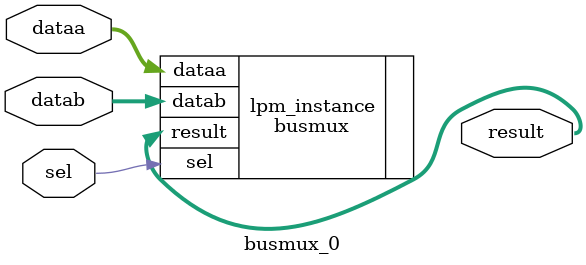
<source format=v>



module busmux_0(sel,dataa,datab,result);
input sel;
input [31:0] dataa;
input [31:0] datab;
output [31:0] result;

busmux	lpm_instance(.sel(sel),.dataa(dataa),.datab(datab),.result(result));
	defparam	lpm_instance.width = 32;

endmodule

</source>
